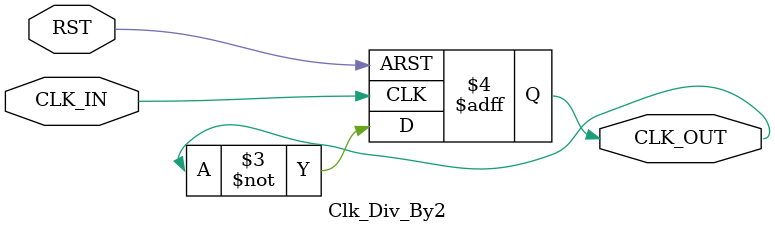
<source format=v>
`timescale 1ns / 1ps


//Divides Input clock frequency by 2
module Clk_Div_By2( input CLK_IN,
                    input RST,
                    output reg CLK_OUT
                    );
always @(posedge CLK_IN or negedge RST)
begin
  if(!RST)
     CLK_OUT<=0;
  else    
     CLK_OUT<=~CLK_OUT;
  end
endmodule

</source>
